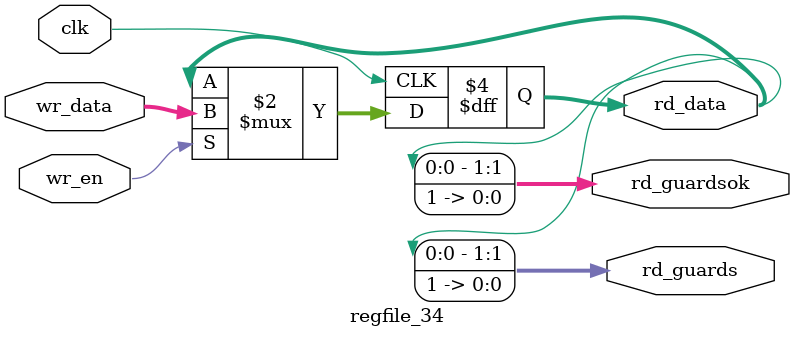
<source format=v>
module regfile_34 (
		input [31:0]            wr_data,
		input                   wr_en,
		output reg [31:0] 	rd_data,
		output [1:0]            rd_guards ,
		output [1:0]            rd_guardsok ,
		input                   clk
		);
   always @(posedge clk) begin
      if (wr_en)
	begin
           rd_data <= wr_data;
	end
   end
   assign rd_guards= {
		      rd_data[0],
		      1'b1
		      };
   assign rd_guardsok[0] = 1'b1;
   assign rd_guardsok[1] = rd_data[0];
endmodule
</source>
